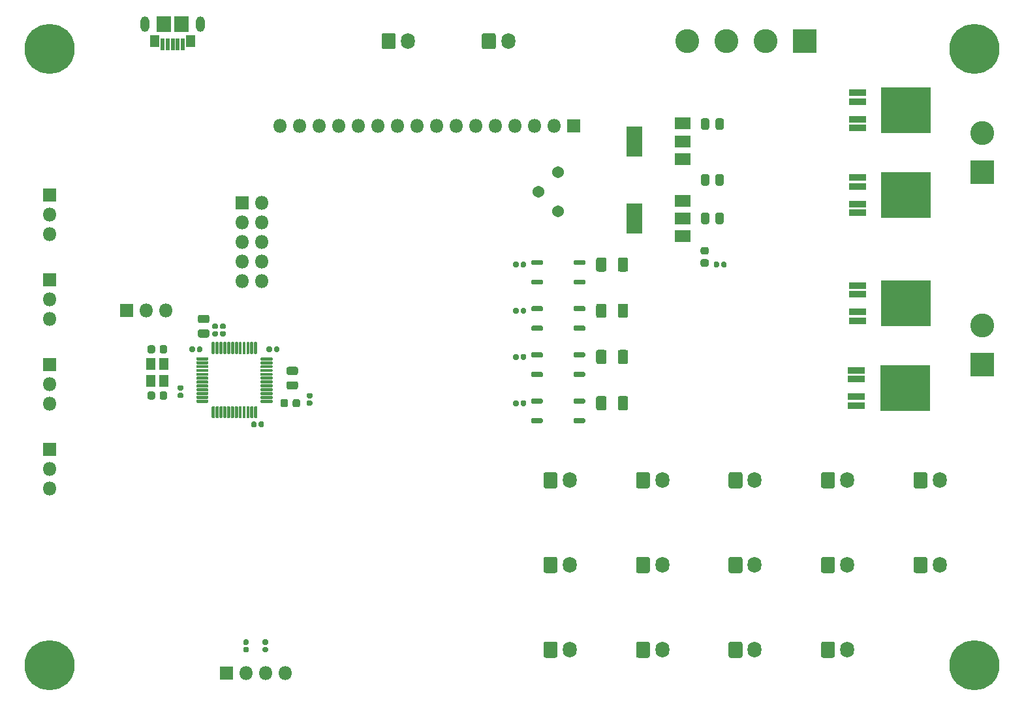
<source format=gbr>
%TF.GenerationSoftware,KiCad,Pcbnew,(5.1.5-131-g305ed0b65)-1*%
%TF.CreationDate,2021-01-25T18:11:24+08:00*%
%TF.ProjectId,OpenTEC,4f70656e-5445-4432-9e6b-696361645f70,rev?*%
%TF.SameCoordinates,Original*%
%TF.FileFunction,Soldermask,Top*%
%TF.FilePolarity,Negative*%
%FSLAX46Y46*%
G04 Gerber Fmt 4.6, Leading zero omitted, Abs format (unit mm)*
G04 Created by KiCad (PCBNEW (5.1.5-131-g305ed0b65)-1) date 2021-01-25 18:11:24*
%MOMM*%
%LPD*%
G01*
G04 APERTURE LIST*
%ADD10R,2.100000X3.900000*%
%ADD11R,2.100000X1.600000*%
%ADD12C,6.500000*%
%ADD13C,0.900000*%
%ADD14R,1.850000X2.000000*%
%ADD15R,0.500000X1.500000*%
%ADD16O,1.150000X2.000000*%
%ADD17R,1.250000X1.550000*%
%ADD18C,3.100000*%
%ADD19R,3.100000X3.100000*%
%ADD20R,1.800000X1.800000*%
%ADD21O,1.800000X1.800000*%
%ADD22O,1.800000X2.100000*%
%ADD23C,1.540000*%
%ADD24R,2.300000X0.900000*%
%ADD25R,6.500000X5.900000*%
%ADD26R,1.300000X1.500000*%
G04 APERTURE END LIST*
D10*
%TO.C,U1*%
X154850000Y-63000000D03*
D11*
X161150000Y-63000000D03*
X161150000Y-60700000D03*
X161150000Y-65300000D03*
%TD*%
%TO.C,U2*%
X161150000Y-75300000D03*
X161150000Y-70700000D03*
X161150000Y-73000000D03*
D10*
X154850000Y-73000000D03*
%TD*%
%TO.C,D2*%
G36*
G01*
X111525000Y-96718750D02*
X111525000Y-97281250D01*
G75*
G02*
X111281250Y-97525000I-243750J0D01*
G01*
X110793750Y-97525000D01*
G75*
G02*
X110550000Y-97281250I0J243750D01*
G01*
X110550000Y-96718750D01*
G75*
G02*
X110793750Y-96475000I243750J0D01*
G01*
X111281250Y-96475000D01*
G75*
G02*
X111525000Y-96718750I0J-243750D01*
G01*
G37*
G36*
G01*
X109950000Y-96718750D02*
X109950000Y-97281250D01*
G75*
G02*
X109706250Y-97525000I-243750J0D01*
G01*
X109218750Y-97525000D01*
G75*
G02*
X108975000Y-97281250I0J243750D01*
G01*
X108975000Y-96718750D01*
G75*
G02*
X109218750Y-96475000I243750J0D01*
G01*
X109706250Y-96475000D01*
G75*
G02*
X109950000Y-96718750I0J-243750D01*
G01*
G37*
%TD*%
%TO.C,R10*%
G36*
G01*
X112947500Y-96360000D02*
X112552500Y-96360000D01*
G75*
G02*
X112380000Y-96187500I0J172500D01*
G01*
X112380000Y-95842500D01*
G75*
G02*
X112552500Y-95670000I172500J0D01*
G01*
X112947500Y-95670000D01*
G75*
G02*
X113120000Y-95842500I0J-172500D01*
G01*
X113120000Y-96187500D01*
G75*
G02*
X112947500Y-96360000I-172500J0D01*
G01*
G37*
G36*
G01*
X112947500Y-97330000D02*
X112552500Y-97330000D01*
G75*
G02*
X112380000Y-97157500I0J172500D01*
G01*
X112380000Y-96812500D01*
G75*
G02*
X112552500Y-96640000I172500J0D01*
G01*
X112947500Y-96640000D01*
G75*
G02*
X113120000Y-96812500I0J-172500D01*
G01*
X113120000Y-97157500D01*
G75*
G02*
X112947500Y-97330000I-172500J0D01*
G01*
G37*
%TD*%
%TO.C,C1*%
G36*
G01*
X163525000Y-61231250D02*
X163525000Y-60268750D01*
G75*
G02*
X163793750Y-60000000I268750J0D01*
G01*
X164331250Y-60000000D01*
G75*
G02*
X164600000Y-60268750I0J-268750D01*
G01*
X164600000Y-61231250D01*
G75*
G02*
X164331250Y-61500000I-268750J0D01*
G01*
X163793750Y-61500000D01*
G75*
G02*
X163525000Y-61231250I0J268750D01*
G01*
G37*
G36*
G01*
X165400000Y-61231250D02*
X165400000Y-60268750D01*
G75*
G02*
X165668750Y-60000000I268750J0D01*
G01*
X166206250Y-60000000D01*
G75*
G02*
X166475000Y-60268750I0J-268750D01*
G01*
X166475000Y-61231250D01*
G75*
G02*
X166206250Y-61500000I-268750J0D01*
G01*
X165668750Y-61500000D01*
G75*
G02*
X165400000Y-61231250I0J268750D01*
G01*
G37*
%TD*%
%TO.C,C2*%
G36*
G01*
X163525000Y-68481250D02*
X163525000Y-67518750D01*
G75*
G02*
X163793750Y-67250000I268750J0D01*
G01*
X164331250Y-67250000D01*
G75*
G02*
X164600000Y-67518750I0J-268750D01*
G01*
X164600000Y-68481250D01*
G75*
G02*
X164331250Y-68750000I-268750J0D01*
G01*
X163793750Y-68750000D01*
G75*
G02*
X163525000Y-68481250I0J268750D01*
G01*
G37*
G36*
G01*
X165400000Y-68481250D02*
X165400000Y-67518750D01*
G75*
G02*
X165668750Y-67250000I268750J0D01*
G01*
X166206250Y-67250000D01*
G75*
G02*
X166475000Y-67518750I0J-268750D01*
G01*
X166475000Y-68481250D01*
G75*
G02*
X166206250Y-68750000I-268750J0D01*
G01*
X165668750Y-68750000D01*
G75*
G02*
X165400000Y-68481250I0J268750D01*
G01*
G37*
%TD*%
%TO.C,C3*%
G36*
G01*
X165400000Y-73481250D02*
X165400000Y-72518750D01*
G75*
G02*
X165668750Y-72250000I268750J0D01*
G01*
X166206250Y-72250000D01*
G75*
G02*
X166475000Y-72518750I0J-268750D01*
G01*
X166475000Y-73481250D01*
G75*
G02*
X166206250Y-73750000I-268750J0D01*
G01*
X165668750Y-73750000D01*
G75*
G02*
X165400000Y-73481250I0J268750D01*
G01*
G37*
G36*
G01*
X163525000Y-73481250D02*
X163525000Y-72518750D01*
G75*
G02*
X163793750Y-72250000I268750J0D01*
G01*
X164331250Y-72250000D01*
G75*
G02*
X164600000Y-72518750I0J-268750D01*
G01*
X164600000Y-73481250D01*
G75*
G02*
X164331250Y-73750000I-268750J0D01*
G01*
X163793750Y-73750000D01*
G75*
G02*
X163525000Y-73481250I0J268750D01*
G01*
G37*
%TD*%
%TO.C,C4*%
G36*
G01*
X110018750Y-92275000D02*
X110981250Y-92275000D01*
G75*
G02*
X111250000Y-92543750I0J-268750D01*
G01*
X111250000Y-93081250D01*
G75*
G02*
X110981250Y-93350000I-268750J0D01*
G01*
X110018750Y-93350000D01*
G75*
G02*
X109750000Y-93081250I0J268750D01*
G01*
X109750000Y-92543750D01*
G75*
G02*
X110018750Y-92275000I268750J0D01*
G01*
G37*
G36*
G01*
X110018750Y-94150000D02*
X110981250Y-94150000D01*
G75*
G02*
X111250000Y-94418750I0J-268750D01*
G01*
X111250000Y-94956250D01*
G75*
G02*
X110981250Y-95225000I-268750J0D01*
G01*
X110018750Y-95225000D01*
G75*
G02*
X109750000Y-94956250I0J268750D01*
G01*
X109750000Y-94418750D01*
G75*
G02*
X110018750Y-94150000I268750J0D01*
G01*
G37*
%TD*%
%TO.C,C5*%
G36*
G01*
X97860000Y-89802500D02*
X97860000Y-90197500D01*
G75*
G02*
X97687500Y-90370000I-172500J0D01*
G01*
X97342500Y-90370000D01*
G75*
G02*
X97170000Y-90197500I0J172500D01*
G01*
X97170000Y-89802500D01*
G75*
G02*
X97342500Y-89630000I172500J0D01*
G01*
X97687500Y-89630000D01*
G75*
G02*
X97860000Y-89802500I0J-172500D01*
G01*
G37*
G36*
G01*
X98830000Y-89802500D02*
X98830000Y-90197500D01*
G75*
G02*
X98657500Y-90370000I-172500J0D01*
G01*
X98312500Y-90370000D01*
G75*
G02*
X98140000Y-90197500I0J172500D01*
G01*
X98140000Y-89802500D01*
G75*
G02*
X98312500Y-89630000I172500J0D01*
G01*
X98657500Y-89630000D01*
G75*
G02*
X98830000Y-89802500I0J-172500D01*
G01*
G37*
%TD*%
%TO.C,C6*%
G36*
G01*
X96197500Y-96330000D02*
X95802500Y-96330000D01*
G75*
G02*
X95630000Y-96157500I0J172500D01*
G01*
X95630000Y-95812500D01*
G75*
G02*
X95802500Y-95640000I172500J0D01*
G01*
X96197500Y-95640000D01*
G75*
G02*
X96370000Y-95812500I0J-172500D01*
G01*
X96370000Y-96157500D01*
G75*
G02*
X96197500Y-96330000I-172500J0D01*
G01*
G37*
G36*
G01*
X96197500Y-95360000D02*
X95802500Y-95360000D01*
G75*
G02*
X95630000Y-95187500I0J172500D01*
G01*
X95630000Y-94842500D01*
G75*
G02*
X95802500Y-94670000I172500J0D01*
G01*
X96197500Y-94670000D01*
G75*
G02*
X96370000Y-94842500I0J-172500D01*
G01*
X96370000Y-95187500D01*
G75*
G02*
X96197500Y-95360000I-172500J0D01*
G01*
G37*
%TD*%
%TO.C,C7*%
G36*
G01*
X105860000Y-99552500D02*
X105860000Y-99947500D01*
G75*
G02*
X105687500Y-100120000I-172500J0D01*
G01*
X105342500Y-100120000D01*
G75*
G02*
X105170000Y-99947500I0J172500D01*
G01*
X105170000Y-99552500D01*
G75*
G02*
X105342500Y-99380000I172500J0D01*
G01*
X105687500Y-99380000D01*
G75*
G02*
X105860000Y-99552500I0J-172500D01*
G01*
G37*
G36*
G01*
X106830000Y-99552500D02*
X106830000Y-99947500D01*
G75*
G02*
X106657500Y-100120000I-172500J0D01*
G01*
X106312500Y-100120000D01*
G75*
G02*
X106140000Y-99947500I0J172500D01*
G01*
X106140000Y-99552500D01*
G75*
G02*
X106312500Y-99380000I172500J0D01*
G01*
X106657500Y-99380000D01*
G75*
G02*
X106830000Y-99552500I0J-172500D01*
G01*
G37*
%TD*%
%TO.C,C8*%
G36*
G01*
X107170000Y-90197500D02*
X107170000Y-89802500D01*
G75*
G02*
X107342500Y-89630000I172500J0D01*
G01*
X107687500Y-89630000D01*
G75*
G02*
X107860000Y-89802500I0J-172500D01*
G01*
X107860000Y-90197500D01*
G75*
G02*
X107687500Y-90370000I-172500J0D01*
G01*
X107342500Y-90370000D01*
G75*
G02*
X107170000Y-90197500I0J172500D01*
G01*
G37*
G36*
G01*
X108140000Y-90197500D02*
X108140000Y-89802500D01*
G75*
G02*
X108312500Y-89630000I172500J0D01*
G01*
X108657500Y-89630000D01*
G75*
G02*
X108830000Y-89802500I0J-172500D01*
G01*
X108830000Y-90197500D01*
G75*
G02*
X108657500Y-90370000I-172500J0D01*
G01*
X108312500Y-90370000D01*
G75*
G02*
X108140000Y-90197500I0J172500D01*
G01*
G37*
%TD*%
%TO.C,C9*%
G36*
G01*
X99481250Y-86600000D02*
X98518750Y-86600000D01*
G75*
G02*
X98250000Y-86331250I0J268750D01*
G01*
X98250000Y-85793750D01*
G75*
G02*
X98518750Y-85525000I268750J0D01*
G01*
X99481250Y-85525000D01*
G75*
G02*
X99750000Y-85793750I0J-268750D01*
G01*
X99750000Y-86331250D01*
G75*
G02*
X99481250Y-86600000I-268750J0D01*
G01*
G37*
G36*
G01*
X99481250Y-88475000D02*
X98518750Y-88475000D01*
G75*
G02*
X98250000Y-88206250I0J268750D01*
G01*
X98250000Y-87668750D01*
G75*
G02*
X98518750Y-87400000I268750J0D01*
G01*
X99481250Y-87400000D01*
G75*
G02*
X99750000Y-87668750I0J-268750D01*
G01*
X99750000Y-88206250D01*
G75*
G02*
X99481250Y-88475000I-268750J0D01*
G01*
G37*
%TD*%
%TO.C,C10*%
G36*
G01*
X100697500Y-87360000D02*
X100302500Y-87360000D01*
G75*
G02*
X100130000Y-87187500I0J172500D01*
G01*
X100130000Y-86842500D01*
G75*
G02*
X100302500Y-86670000I172500J0D01*
G01*
X100697500Y-86670000D01*
G75*
G02*
X100870000Y-86842500I0J-172500D01*
G01*
X100870000Y-87187500D01*
G75*
G02*
X100697500Y-87360000I-172500J0D01*
G01*
G37*
G36*
G01*
X100697500Y-88330000D02*
X100302500Y-88330000D01*
G75*
G02*
X100130000Y-88157500I0J172500D01*
G01*
X100130000Y-87812500D01*
G75*
G02*
X100302500Y-87640000I172500J0D01*
G01*
X100697500Y-87640000D01*
G75*
G02*
X100870000Y-87812500I0J-172500D01*
G01*
X100870000Y-88157500D01*
G75*
G02*
X100697500Y-88330000I-172500J0D01*
G01*
G37*
%TD*%
%TO.C,C11*%
G36*
G01*
X101697500Y-88330000D02*
X101302500Y-88330000D01*
G75*
G02*
X101130000Y-88157500I0J172500D01*
G01*
X101130000Y-87812500D01*
G75*
G02*
X101302500Y-87640000I172500J0D01*
G01*
X101697500Y-87640000D01*
G75*
G02*
X101870000Y-87812500I0J-172500D01*
G01*
X101870000Y-88157500D01*
G75*
G02*
X101697500Y-88330000I-172500J0D01*
G01*
G37*
G36*
G01*
X101697500Y-87360000D02*
X101302500Y-87360000D01*
G75*
G02*
X101130000Y-87187500I0J172500D01*
G01*
X101130000Y-86842500D01*
G75*
G02*
X101302500Y-86670000I172500J0D01*
G01*
X101697500Y-86670000D01*
G75*
G02*
X101870000Y-86842500I0J-172500D01*
G01*
X101870000Y-87187500D01*
G75*
G02*
X101697500Y-87360000I-172500J0D01*
G01*
G37*
%TD*%
%TO.C,C12*%
G36*
G01*
X92700000Y-89718750D02*
X92700000Y-90281250D01*
G75*
G02*
X92456250Y-90525000I-243750J0D01*
G01*
X91968750Y-90525000D01*
G75*
G02*
X91725000Y-90281250I0J243750D01*
G01*
X91725000Y-89718750D01*
G75*
G02*
X91968750Y-89475000I243750J0D01*
G01*
X92456250Y-89475000D01*
G75*
G02*
X92700000Y-89718750I0J-243750D01*
G01*
G37*
G36*
G01*
X94275000Y-89718750D02*
X94275000Y-90281250D01*
G75*
G02*
X94031250Y-90525000I-243750J0D01*
G01*
X93543750Y-90525000D01*
G75*
G02*
X93300000Y-90281250I0J243750D01*
G01*
X93300000Y-89718750D01*
G75*
G02*
X93543750Y-89475000I243750J0D01*
G01*
X94031250Y-89475000D01*
G75*
G02*
X94275000Y-89718750I0J-243750D01*
G01*
G37*
%TD*%
%TO.C,C13*%
G36*
G01*
X94275000Y-95718750D02*
X94275000Y-96281250D01*
G75*
G02*
X94031250Y-96525000I-243750J0D01*
G01*
X93543750Y-96525000D01*
G75*
G02*
X93300000Y-96281250I0J243750D01*
G01*
X93300000Y-95718750D01*
G75*
G02*
X93543750Y-95475000I243750J0D01*
G01*
X94031250Y-95475000D01*
G75*
G02*
X94275000Y-95718750I0J-243750D01*
G01*
G37*
G36*
G01*
X92700000Y-95718750D02*
X92700000Y-96281250D01*
G75*
G02*
X92456250Y-96525000I-243750J0D01*
G01*
X91968750Y-96525000D01*
G75*
G02*
X91725000Y-96281250I0J243750D01*
G01*
X91725000Y-95718750D01*
G75*
G02*
X91968750Y-95475000I243750J0D01*
G01*
X92456250Y-95475000D01*
G75*
G02*
X92700000Y-95718750I0J-243750D01*
G01*
G37*
%TD*%
%TO.C,D1*%
G36*
G01*
X164281250Y-77700000D02*
X163718750Y-77700000D01*
G75*
G02*
X163475000Y-77456250I0J243750D01*
G01*
X163475000Y-76968750D01*
G75*
G02*
X163718750Y-76725000I243750J0D01*
G01*
X164281250Y-76725000D01*
G75*
G02*
X164525000Y-76968750I0J-243750D01*
G01*
X164525000Y-77456250D01*
G75*
G02*
X164281250Y-77700000I-243750J0D01*
G01*
G37*
G36*
G01*
X164281250Y-79275000D02*
X163718750Y-79275000D01*
G75*
G02*
X163475000Y-79031250I0J243750D01*
G01*
X163475000Y-78543750D01*
G75*
G02*
X163718750Y-78300000I243750J0D01*
G01*
X164281250Y-78300000D01*
G75*
G02*
X164525000Y-78543750I0J-243750D01*
G01*
X164525000Y-79031250D01*
G75*
G02*
X164281250Y-79275000I-243750J0D01*
G01*
G37*
%TD*%
D12*
%TO.C,H1*%
X79000000Y-51000000D03*
D13*
X81400000Y-51000000D03*
X80697056Y-52697056D03*
X79000000Y-53400000D03*
X77302944Y-52697056D03*
X76600000Y-51000000D03*
X77302944Y-49302944D03*
X79000000Y-48600000D03*
X80697056Y-49302944D03*
%TD*%
%TO.C,H2*%
X200697056Y-49302944D03*
X199000000Y-48600000D03*
X197302944Y-49302944D03*
X196600000Y-51000000D03*
X197302944Y-52697056D03*
X199000000Y-53400000D03*
X200697056Y-52697056D03*
X201400000Y-51000000D03*
D12*
X199000000Y-51000000D03*
%TD*%
%TO.C,H3*%
X199000000Y-131000000D03*
D13*
X201400000Y-131000000D03*
X200697056Y-132697056D03*
X199000000Y-133400000D03*
X197302944Y-132697056D03*
X196600000Y-131000000D03*
X197302944Y-129302944D03*
X199000000Y-128600000D03*
X200697056Y-129302944D03*
%TD*%
%TO.C,H4*%
X80697056Y-129302944D03*
X79000000Y-128600000D03*
X77302944Y-129302944D03*
X76600000Y-131000000D03*
X77302944Y-132697056D03*
X79000000Y-133400000D03*
X80697056Y-132697056D03*
X81400000Y-131000000D03*
D12*
X79000000Y-131000000D03*
%TD*%
D14*
%TO.C,J1*%
X93875000Y-47800000D03*
D15*
X95650000Y-50450000D03*
X96300000Y-50450000D03*
X93700000Y-50450000D03*
X94350000Y-50450000D03*
X95000000Y-50450000D03*
D14*
X96125000Y-47800000D03*
D16*
X98575000Y-47800000D03*
X91425000Y-47800000D03*
D17*
X92680000Y-50030000D03*
X97320000Y-50030000D03*
%TD*%
D18*
%TO.C,J2*%
X171920000Y-50000000D03*
X166840000Y-50000000D03*
D19*
X177000000Y-50000000D03*
D18*
X161760000Y-50000000D03*
%TD*%
D20*
%TO.C,J3*%
X104000000Y-71000000D03*
D21*
X106540000Y-71000000D03*
X104000000Y-73540000D03*
X106540000Y-73540000D03*
X104000000Y-76080000D03*
X106540000Y-76080000D03*
X104000000Y-78620000D03*
X106540000Y-78620000D03*
X104000000Y-81160000D03*
X106540000Y-81160000D03*
%TD*%
D20*
%TO.C,J5*%
X102000000Y-132000000D03*
D21*
X104540000Y-132000000D03*
X107080000Y-132000000D03*
X109620000Y-132000000D03*
%TD*%
D20*
%TO.C,J6*%
X89000000Y-85000000D03*
D21*
X91540000Y-85000000D03*
X94080000Y-85000000D03*
%TD*%
D20*
%TO.C,J7*%
X79000000Y-70000000D03*
D21*
X79000000Y-72540000D03*
X79000000Y-75080000D03*
%TD*%
%TO.C,J8*%
X79000000Y-86080000D03*
X79000000Y-83540000D03*
D20*
X79000000Y-81000000D03*
%TD*%
%TO.C,J9*%
X79000000Y-92000000D03*
D21*
X79000000Y-94540000D03*
X79000000Y-97080000D03*
%TD*%
%TO.C,J10*%
X79000000Y-108080000D03*
X79000000Y-105540000D03*
D20*
X79000000Y-103000000D03*
%TD*%
D18*
%TO.C,J11*%
X200000000Y-61920000D03*
D19*
X200000000Y-67000000D03*
%TD*%
%TO.C,J12*%
X200000000Y-92000000D03*
D18*
X200000000Y-86920000D03*
%TD*%
D22*
%TO.C,J13*%
X125500000Y-50000000D03*
G36*
G01*
X122100000Y-50785294D02*
X122100000Y-49214706D01*
G75*
G02*
X122364706Y-48950000I264706J0D01*
G01*
X123635294Y-48950000D01*
G75*
G02*
X123900000Y-49214706I0J-264706D01*
G01*
X123900000Y-50785294D01*
G75*
G02*
X123635294Y-51050000I-264706J0D01*
G01*
X122364706Y-51050000D01*
G75*
G02*
X122100000Y-50785294I0J264706D01*
G01*
G37*
%TD*%
%TO.C,J14*%
G36*
G01*
X135100000Y-50785294D02*
X135100000Y-49214706D01*
G75*
G02*
X135364706Y-48950000I264706J0D01*
G01*
X136635294Y-48950000D01*
G75*
G02*
X136900000Y-49214706I0J-264706D01*
G01*
X136900000Y-50785294D01*
G75*
G02*
X136635294Y-51050000I-264706J0D01*
G01*
X135364706Y-51050000D01*
G75*
G02*
X135100000Y-50785294I0J264706D01*
G01*
G37*
X138500000Y-50000000D03*
%TD*%
%TO.C,J15*%
G36*
G01*
X143100000Y-107785294D02*
X143100000Y-106214706D01*
G75*
G02*
X143364706Y-105950000I264706J0D01*
G01*
X144635294Y-105950000D01*
G75*
G02*
X144900000Y-106214706I0J-264706D01*
G01*
X144900000Y-107785294D01*
G75*
G02*
X144635294Y-108050000I-264706J0D01*
G01*
X143364706Y-108050000D01*
G75*
G02*
X143100000Y-107785294I0J264706D01*
G01*
G37*
X146500000Y-107000000D03*
%TD*%
%TO.C,J16*%
X158500000Y-107000000D03*
G36*
G01*
X155100000Y-107785294D02*
X155100000Y-106214706D01*
G75*
G02*
X155364706Y-105950000I264706J0D01*
G01*
X156635294Y-105950000D01*
G75*
G02*
X156900000Y-106214706I0J-264706D01*
G01*
X156900000Y-107785294D01*
G75*
G02*
X156635294Y-108050000I-264706J0D01*
G01*
X155364706Y-108050000D01*
G75*
G02*
X155100000Y-107785294I0J264706D01*
G01*
G37*
%TD*%
%TO.C,J17*%
G36*
G01*
X167100000Y-107785294D02*
X167100000Y-106214706D01*
G75*
G02*
X167364706Y-105950000I264706J0D01*
G01*
X168635294Y-105950000D01*
G75*
G02*
X168900000Y-106214706I0J-264706D01*
G01*
X168900000Y-107785294D01*
G75*
G02*
X168635294Y-108050000I-264706J0D01*
G01*
X167364706Y-108050000D01*
G75*
G02*
X167100000Y-107785294I0J264706D01*
G01*
G37*
X170500000Y-107000000D03*
%TD*%
%TO.C,J18*%
X182500000Y-107000000D03*
G36*
G01*
X179100000Y-107785294D02*
X179100000Y-106214706D01*
G75*
G02*
X179364706Y-105950000I264706J0D01*
G01*
X180635294Y-105950000D01*
G75*
G02*
X180900000Y-106214706I0J-264706D01*
G01*
X180900000Y-107785294D01*
G75*
G02*
X180635294Y-108050000I-264706J0D01*
G01*
X179364706Y-108050000D01*
G75*
G02*
X179100000Y-107785294I0J264706D01*
G01*
G37*
%TD*%
%TO.C,J19*%
G36*
G01*
X191100000Y-107785294D02*
X191100000Y-106214706D01*
G75*
G02*
X191364706Y-105950000I264706J0D01*
G01*
X192635294Y-105950000D01*
G75*
G02*
X192900000Y-106214706I0J-264706D01*
G01*
X192900000Y-107785294D01*
G75*
G02*
X192635294Y-108050000I-264706J0D01*
G01*
X191364706Y-108050000D01*
G75*
G02*
X191100000Y-107785294I0J264706D01*
G01*
G37*
X194500000Y-107000000D03*
%TD*%
%TO.C,J20*%
X146500000Y-118000000D03*
G36*
G01*
X143100000Y-118785294D02*
X143100000Y-117214706D01*
G75*
G02*
X143364706Y-116950000I264706J0D01*
G01*
X144635294Y-116950000D01*
G75*
G02*
X144900000Y-117214706I0J-264706D01*
G01*
X144900000Y-118785294D01*
G75*
G02*
X144635294Y-119050000I-264706J0D01*
G01*
X143364706Y-119050000D01*
G75*
G02*
X143100000Y-118785294I0J264706D01*
G01*
G37*
%TD*%
%TO.C,J21*%
G36*
G01*
X155100000Y-118785294D02*
X155100000Y-117214706D01*
G75*
G02*
X155364706Y-116950000I264706J0D01*
G01*
X156635294Y-116950000D01*
G75*
G02*
X156900000Y-117214706I0J-264706D01*
G01*
X156900000Y-118785294D01*
G75*
G02*
X156635294Y-119050000I-264706J0D01*
G01*
X155364706Y-119050000D01*
G75*
G02*
X155100000Y-118785294I0J264706D01*
G01*
G37*
X158500000Y-118000000D03*
%TD*%
%TO.C,J22*%
X170500000Y-118000000D03*
G36*
G01*
X167100000Y-118785294D02*
X167100000Y-117214706D01*
G75*
G02*
X167364706Y-116950000I264706J0D01*
G01*
X168635294Y-116950000D01*
G75*
G02*
X168900000Y-117214706I0J-264706D01*
G01*
X168900000Y-118785294D01*
G75*
G02*
X168635294Y-119050000I-264706J0D01*
G01*
X167364706Y-119050000D01*
G75*
G02*
X167100000Y-118785294I0J264706D01*
G01*
G37*
%TD*%
%TO.C,J23*%
G36*
G01*
X179100000Y-118785294D02*
X179100000Y-117214706D01*
G75*
G02*
X179364706Y-116950000I264706J0D01*
G01*
X180635294Y-116950000D01*
G75*
G02*
X180900000Y-117214706I0J-264706D01*
G01*
X180900000Y-118785294D01*
G75*
G02*
X180635294Y-119050000I-264706J0D01*
G01*
X179364706Y-119050000D01*
G75*
G02*
X179100000Y-118785294I0J264706D01*
G01*
G37*
X182500000Y-118000000D03*
%TD*%
%TO.C,J24*%
X194500000Y-118000000D03*
G36*
G01*
X191100000Y-118785294D02*
X191100000Y-117214706D01*
G75*
G02*
X191364706Y-116950000I264706J0D01*
G01*
X192635294Y-116950000D01*
G75*
G02*
X192900000Y-117214706I0J-264706D01*
G01*
X192900000Y-118785294D01*
G75*
G02*
X192635294Y-119050000I-264706J0D01*
G01*
X191364706Y-119050000D01*
G75*
G02*
X191100000Y-118785294I0J264706D01*
G01*
G37*
%TD*%
%TO.C,J25*%
G36*
G01*
X143100000Y-129785294D02*
X143100000Y-128214706D01*
G75*
G02*
X143364706Y-127950000I264706J0D01*
G01*
X144635294Y-127950000D01*
G75*
G02*
X144900000Y-128214706I0J-264706D01*
G01*
X144900000Y-129785294D01*
G75*
G02*
X144635294Y-130050000I-264706J0D01*
G01*
X143364706Y-130050000D01*
G75*
G02*
X143100000Y-129785294I0J264706D01*
G01*
G37*
X146500000Y-129000000D03*
%TD*%
%TO.C,J26*%
X158500000Y-129000000D03*
G36*
G01*
X155100000Y-129785294D02*
X155100000Y-128214706D01*
G75*
G02*
X155364706Y-127950000I264706J0D01*
G01*
X156635294Y-127950000D01*
G75*
G02*
X156900000Y-128214706I0J-264706D01*
G01*
X156900000Y-129785294D01*
G75*
G02*
X156635294Y-130050000I-264706J0D01*
G01*
X155364706Y-130050000D01*
G75*
G02*
X155100000Y-129785294I0J264706D01*
G01*
G37*
%TD*%
%TO.C,J27*%
G36*
G01*
X167100000Y-129785294D02*
X167100000Y-128214706D01*
G75*
G02*
X167364706Y-127950000I264706J0D01*
G01*
X168635294Y-127950000D01*
G75*
G02*
X168900000Y-128214706I0J-264706D01*
G01*
X168900000Y-129785294D01*
G75*
G02*
X168635294Y-130050000I-264706J0D01*
G01*
X167364706Y-130050000D01*
G75*
G02*
X167100000Y-129785294I0J264706D01*
G01*
G37*
X170500000Y-129000000D03*
%TD*%
%TO.C,J28*%
X182500000Y-129000000D03*
G36*
G01*
X179100000Y-129785294D02*
X179100000Y-128214706D01*
G75*
G02*
X179364706Y-127950000I264706J0D01*
G01*
X180635294Y-127950000D01*
G75*
G02*
X180900000Y-128214706I0J-264706D01*
G01*
X180900000Y-129785294D01*
G75*
G02*
X180635294Y-130050000I-264706J0D01*
G01*
X179364706Y-130050000D01*
G75*
G02*
X179100000Y-129785294I0J264706D01*
G01*
G37*
%TD*%
%TO.C,R1*%
G36*
G01*
X154075000Y-84345000D02*
X154075000Y-85655000D01*
G75*
G02*
X153805000Y-85925000I-270000J0D01*
G01*
X152995000Y-85925000D01*
G75*
G02*
X152725000Y-85655000I0J270000D01*
G01*
X152725000Y-84345000D01*
G75*
G02*
X152995000Y-84075000I270000J0D01*
G01*
X153805000Y-84075000D01*
G75*
G02*
X154075000Y-84345000I0J-270000D01*
G01*
G37*
G36*
G01*
X151275000Y-84345000D02*
X151275000Y-85655000D01*
G75*
G02*
X151005000Y-85925000I-270000J0D01*
G01*
X150195000Y-85925000D01*
G75*
G02*
X149925000Y-85655000I0J270000D01*
G01*
X149925000Y-84345000D01*
G75*
G02*
X150195000Y-84075000I270000J0D01*
G01*
X151005000Y-84075000D01*
G75*
G02*
X151275000Y-84345000I0J-270000D01*
G01*
G37*
%TD*%
%TO.C,R2*%
G36*
G01*
X151275000Y-78345000D02*
X151275000Y-79655000D01*
G75*
G02*
X151005000Y-79925000I-270000J0D01*
G01*
X150195000Y-79925000D01*
G75*
G02*
X149925000Y-79655000I0J270000D01*
G01*
X149925000Y-78345000D01*
G75*
G02*
X150195000Y-78075000I270000J0D01*
G01*
X151005000Y-78075000D01*
G75*
G02*
X151275000Y-78345000I0J-270000D01*
G01*
G37*
G36*
G01*
X154075000Y-78345000D02*
X154075000Y-79655000D01*
G75*
G02*
X153805000Y-79925000I-270000J0D01*
G01*
X152995000Y-79925000D01*
G75*
G02*
X152725000Y-79655000I0J270000D01*
G01*
X152725000Y-78345000D01*
G75*
G02*
X152995000Y-78075000I270000J0D01*
G01*
X153805000Y-78075000D01*
G75*
G02*
X154075000Y-78345000I0J-270000D01*
G01*
G37*
%TD*%
%TO.C,R3*%
G36*
G01*
X165170000Y-79197500D02*
X165170000Y-78802500D01*
G75*
G02*
X165342500Y-78630000I172500J0D01*
G01*
X165687500Y-78630000D01*
G75*
G02*
X165860000Y-78802500I0J-172500D01*
G01*
X165860000Y-79197500D01*
G75*
G02*
X165687500Y-79370000I-172500J0D01*
G01*
X165342500Y-79370000D01*
G75*
G02*
X165170000Y-79197500I0J172500D01*
G01*
G37*
G36*
G01*
X166140000Y-79197500D02*
X166140000Y-78802500D01*
G75*
G02*
X166312500Y-78630000I172500J0D01*
G01*
X166657500Y-78630000D01*
G75*
G02*
X166830000Y-78802500I0J-172500D01*
G01*
X166830000Y-79197500D01*
G75*
G02*
X166657500Y-79370000I-172500J0D01*
G01*
X166312500Y-79370000D01*
G75*
G02*
X166140000Y-79197500I0J172500D01*
G01*
G37*
%TD*%
%TO.C,R4*%
G36*
G01*
X139860000Y-84802500D02*
X139860000Y-85197500D01*
G75*
G02*
X139687500Y-85370000I-172500J0D01*
G01*
X139342500Y-85370000D01*
G75*
G02*
X139170000Y-85197500I0J172500D01*
G01*
X139170000Y-84802500D01*
G75*
G02*
X139342500Y-84630000I172500J0D01*
G01*
X139687500Y-84630000D01*
G75*
G02*
X139860000Y-84802500I0J-172500D01*
G01*
G37*
G36*
G01*
X140830000Y-84802500D02*
X140830000Y-85197500D01*
G75*
G02*
X140657500Y-85370000I-172500J0D01*
G01*
X140312500Y-85370000D01*
G75*
G02*
X140140000Y-85197500I0J172500D01*
G01*
X140140000Y-84802500D01*
G75*
G02*
X140312500Y-84630000I172500J0D01*
G01*
X140657500Y-84630000D01*
G75*
G02*
X140830000Y-84802500I0J-172500D01*
G01*
G37*
%TD*%
%TO.C,R5*%
G36*
G01*
X139170000Y-79197500D02*
X139170000Y-78802500D01*
G75*
G02*
X139342500Y-78630000I172500J0D01*
G01*
X139687500Y-78630000D01*
G75*
G02*
X139860000Y-78802500I0J-172500D01*
G01*
X139860000Y-79197500D01*
G75*
G02*
X139687500Y-79370000I-172500J0D01*
G01*
X139342500Y-79370000D01*
G75*
G02*
X139170000Y-79197500I0J172500D01*
G01*
G37*
G36*
G01*
X140140000Y-79197500D02*
X140140000Y-78802500D01*
G75*
G02*
X140312500Y-78630000I172500J0D01*
G01*
X140657500Y-78630000D01*
G75*
G02*
X140830000Y-78802500I0J-172500D01*
G01*
X140830000Y-79197500D01*
G75*
G02*
X140657500Y-79370000I-172500J0D01*
G01*
X140312500Y-79370000D01*
G75*
G02*
X140140000Y-79197500I0J172500D01*
G01*
G37*
%TD*%
%TO.C,R6*%
G36*
G01*
X151275000Y-96345000D02*
X151275000Y-97655000D01*
G75*
G02*
X151005000Y-97925000I-270000J0D01*
G01*
X150195000Y-97925000D01*
G75*
G02*
X149925000Y-97655000I0J270000D01*
G01*
X149925000Y-96345000D01*
G75*
G02*
X150195000Y-96075000I270000J0D01*
G01*
X151005000Y-96075000D01*
G75*
G02*
X151275000Y-96345000I0J-270000D01*
G01*
G37*
G36*
G01*
X154075000Y-96345000D02*
X154075000Y-97655000D01*
G75*
G02*
X153805000Y-97925000I-270000J0D01*
G01*
X152995000Y-97925000D01*
G75*
G02*
X152725000Y-97655000I0J270000D01*
G01*
X152725000Y-96345000D01*
G75*
G02*
X152995000Y-96075000I270000J0D01*
G01*
X153805000Y-96075000D01*
G75*
G02*
X154075000Y-96345000I0J-270000D01*
G01*
G37*
%TD*%
%TO.C,R7*%
G36*
G01*
X154075000Y-90345000D02*
X154075000Y-91655000D01*
G75*
G02*
X153805000Y-91925000I-270000J0D01*
G01*
X152995000Y-91925000D01*
G75*
G02*
X152725000Y-91655000I0J270000D01*
G01*
X152725000Y-90345000D01*
G75*
G02*
X152995000Y-90075000I270000J0D01*
G01*
X153805000Y-90075000D01*
G75*
G02*
X154075000Y-90345000I0J-270000D01*
G01*
G37*
G36*
G01*
X151275000Y-90345000D02*
X151275000Y-91655000D01*
G75*
G02*
X151005000Y-91925000I-270000J0D01*
G01*
X150195000Y-91925000D01*
G75*
G02*
X149925000Y-91655000I0J270000D01*
G01*
X149925000Y-90345000D01*
G75*
G02*
X150195000Y-90075000I270000J0D01*
G01*
X151005000Y-90075000D01*
G75*
G02*
X151275000Y-90345000I0J-270000D01*
G01*
G37*
%TD*%
%TO.C,R8*%
G36*
G01*
X139860000Y-96802500D02*
X139860000Y-97197500D01*
G75*
G02*
X139687500Y-97370000I-172500J0D01*
G01*
X139342500Y-97370000D01*
G75*
G02*
X139170000Y-97197500I0J172500D01*
G01*
X139170000Y-96802500D01*
G75*
G02*
X139342500Y-96630000I172500J0D01*
G01*
X139687500Y-96630000D01*
G75*
G02*
X139860000Y-96802500I0J-172500D01*
G01*
G37*
G36*
G01*
X140830000Y-96802500D02*
X140830000Y-97197500D01*
G75*
G02*
X140657500Y-97370000I-172500J0D01*
G01*
X140312500Y-97370000D01*
G75*
G02*
X140140000Y-97197500I0J172500D01*
G01*
X140140000Y-96802500D01*
G75*
G02*
X140312500Y-96630000I172500J0D01*
G01*
X140657500Y-96630000D01*
G75*
G02*
X140830000Y-96802500I0J-172500D01*
G01*
G37*
%TD*%
%TO.C,R9*%
G36*
G01*
X139170000Y-91197500D02*
X139170000Y-90802500D01*
G75*
G02*
X139342500Y-90630000I172500J0D01*
G01*
X139687500Y-90630000D01*
G75*
G02*
X139860000Y-90802500I0J-172500D01*
G01*
X139860000Y-91197500D01*
G75*
G02*
X139687500Y-91370000I-172500J0D01*
G01*
X139342500Y-91370000D01*
G75*
G02*
X139170000Y-91197500I0J172500D01*
G01*
G37*
G36*
G01*
X140140000Y-91197500D02*
X140140000Y-90802500D01*
G75*
G02*
X140312500Y-90630000I172500J0D01*
G01*
X140657500Y-90630000D01*
G75*
G02*
X140830000Y-90802500I0J-172500D01*
G01*
X140830000Y-91197500D01*
G75*
G02*
X140657500Y-91370000I-172500J0D01*
G01*
X140312500Y-91370000D01*
G75*
G02*
X140140000Y-91197500I0J172500D01*
G01*
G37*
%TD*%
%TO.C,R11*%
G36*
G01*
X104302500Y-128640000D02*
X104697500Y-128640000D01*
G75*
G02*
X104870000Y-128812500I0J-172500D01*
G01*
X104870000Y-129157500D01*
G75*
G02*
X104697500Y-129330000I-172500J0D01*
G01*
X104302500Y-129330000D01*
G75*
G02*
X104130000Y-129157500I0J172500D01*
G01*
X104130000Y-128812500D01*
G75*
G02*
X104302500Y-128640000I172500J0D01*
G01*
G37*
G36*
G01*
X104302500Y-127670000D02*
X104697500Y-127670000D01*
G75*
G02*
X104870000Y-127842500I0J-172500D01*
G01*
X104870000Y-128187500D01*
G75*
G02*
X104697500Y-128360000I-172500J0D01*
G01*
X104302500Y-128360000D01*
G75*
G02*
X104130000Y-128187500I0J172500D01*
G01*
X104130000Y-127842500D01*
G75*
G02*
X104302500Y-127670000I172500J0D01*
G01*
G37*
%TD*%
%TO.C,R12*%
G36*
G01*
X106802500Y-127670000D02*
X107197500Y-127670000D01*
G75*
G02*
X107370000Y-127842500I0J-172500D01*
G01*
X107370000Y-128187500D01*
G75*
G02*
X107197500Y-128360000I-172500J0D01*
G01*
X106802500Y-128360000D01*
G75*
G02*
X106630000Y-128187500I0J172500D01*
G01*
X106630000Y-127842500D01*
G75*
G02*
X106802500Y-127670000I172500J0D01*
G01*
G37*
G36*
G01*
X106802500Y-128640000D02*
X107197500Y-128640000D01*
G75*
G02*
X107370000Y-128812500I0J-172500D01*
G01*
X107370000Y-129157500D01*
G75*
G02*
X107197500Y-129330000I-172500J0D01*
G01*
X106802500Y-129330000D01*
G75*
G02*
X106630000Y-129157500I0J172500D01*
G01*
X106630000Y-128812500D01*
G75*
G02*
X106802500Y-128640000I172500J0D01*
G01*
G37*
%TD*%
D23*
%TO.C,RV1*%
X145000000Y-72080000D03*
X142460000Y-69540000D03*
X145000000Y-67000000D03*
%TD*%
D24*
%TO.C,U3*%
X183800000Y-67720000D03*
X183800000Y-68860000D03*
X183800000Y-71140000D03*
X183800000Y-72280000D03*
D25*
X190100000Y-70000000D03*
%TD*%
%TO.C,U4*%
X190100000Y-59000000D03*
D24*
X183800000Y-61280000D03*
X183800000Y-60140000D03*
X183800000Y-57860000D03*
X183800000Y-56720000D03*
%TD*%
%TO.C,U5*%
G36*
G01*
X141475000Y-84892500D02*
X141475000Y-84567500D01*
G75*
G02*
X141637500Y-84405000I162500J0D01*
G01*
X142862500Y-84405000D01*
G75*
G02*
X143025000Y-84567500I0J-162500D01*
G01*
X143025000Y-84892500D01*
G75*
G02*
X142862500Y-85055000I-162500J0D01*
G01*
X141637500Y-85055000D01*
G75*
G02*
X141475000Y-84892500I0J162500D01*
G01*
G37*
G36*
G01*
X141475000Y-87432500D02*
X141475000Y-87107500D01*
G75*
G02*
X141637500Y-86945000I162500J0D01*
G01*
X142862500Y-86945000D01*
G75*
G02*
X143025000Y-87107500I0J-162500D01*
G01*
X143025000Y-87432500D01*
G75*
G02*
X142862500Y-87595000I-162500J0D01*
G01*
X141637500Y-87595000D01*
G75*
G02*
X141475000Y-87432500I0J162500D01*
G01*
G37*
G36*
G01*
X146975000Y-87432500D02*
X146975000Y-87107500D01*
G75*
G02*
X147137500Y-86945000I162500J0D01*
G01*
X148362500Y-86945000D01*
G75*
G02*
X148525000Y-87107500I0J-162500D01*
G01*
X148525000Y-87432500D01*
G75*
G02*
X148362500Y-87595000I-162500J0D01*
G01*
X147137500Y-87595000D01*
G75*
G02*
X146975000Y-87432500I0J162500D01*
G01*
G37*
G36*
G01*
X146975000Y-84892500D02*
X146975000Y-84567500D01*
G75*
G02*
X147137500Y-84405000I162500J0D01*
G01*
X148362500Y-84405000D01*
G75*
G02*
X148525000Y-84567500I0J-162500D01*
G01*
X148525000Y-84892500D01*
G75*
G02*
X148362500Y-85055000I-162500J0D01*
G01*
X147137500Y-85055000D01*
G75*
G02*
X146975000Y-84892500I0J162500D01*
G01*
G37*
%TD*%
%TO.C,U6*%
G36*
G01*
X146975000Y-78892500D02*
X146975000Y-78567500D01*
G75*
G02*
X147137500Y-78405000I162500J0D01*
G01*
X148362500Y-78405000D01*
G75*
G02*
X148525000Y-78567500I0J-162500D01*
G01*
X148525000Y-78892500D01*
G75*
G02*
X148362500Y-79055000I-162500J0D01*
G01*
X147137500Y-79055000D01*
G75*
G02*
X146975000Y-78892500I0J162500D01*
G01*
G37*
G36*
G01*
X146975000Y-81432500D02*
X146975000Y-81107500D01*
G75*
G02*
X147137500Y-80945000I162500J0D01*
G01*
X148362500Y-80945000D01*
G75*
G02*
X148525000Y-81107500I0J-162500D01*
G01*
X148525000Y-81432500D01*
G75*
G02*
X148362500Y-81595000I-162500J0D01*
G01*
X147137500Y-81595000D01*
G75*
G02*
X146975000Y-81432500I0J162500D01*
G01*
G37*
G36*
G01*
X141475000Y-81432500D02*
X141475000Y-81107500D01*
G75*
G02*
X141637500Y-80945000I162500J0D01*
G01*
X142862500Y-80945000D01*
G75*
G02*
X143025000Y-81107500I0J-162500D01*
G01*
X143025000Y-81432500D01*
G75*
G02*
X142862500Y-81595000I-162500J0D01*
G01*
X141637500Y-81595000D01*
G75*
G02*
X141475000Y-81432500I0J162500D01*
G01*
G37*
G36*
G01*
X141475000Y-78892500D02*
X141475000Y-78567500D01*
G75*
G02*
X141637500Y-78405000I162500J0D01*
G01*
X142862500Y-78405000D01*
G75*
G02*
X143025000Y-78567500I0J-162500D01*
G01*
X143025000Y-78892500D01*
G75*
G02*
X142862500Y-79055000I-162500J0D01*
G01*
X141637500Y-79055000D01*
G75*
G02*
X141475000Y-78892500I0J162500D01*
G01*
G37*
%TD*%
%TO.C,U7*%
X183700000Y-92720000D03*
X183700000Y-93860000D03*
X183700000Y-96140000D03*
X183700000Y-97280000D03*
D25*
X190000000Y-95000000D03*
%TD*%
%TO.C,U8*%
X190100000Y-84000000D03*
D24*
X183800000Y-86280000D03*
X183800000Y-85140000D03*
X183800000Y-82860000D03*
X183800000Y-81720000D03*
%TD*%
%TO.C,U9*%
G36*
G01*
X146975000Y-96892500D02*
X146975000Y-96567500D01*
G75*
G02*
X147137500Y-96405000I162500J0D01*
G01*
X148362500Y-96405000D01*
G75*
G02*
X148525000Y-96567500I0J-162500D01*
G01*
X148525000Y-96892500D01*
G75*
G02*
X148362500Y-97055000I-162500J0D01*
G01*
X147137500Y-97055000D01*
G75*
G02*
X146975000Y-96892500I0J162500D01*
G01*
G37*
G36*
G01*
X146975000Y-99432500D02*
X146975000Y-99107500D01*
G75*
G02*
X147137500Y-98945000I162500J0D01*
G01*
X148362500Y-98945000D01*
G75*
G02*
X148525000Y-99107500I0J-162500D01*
G01*
X148525000Y-99432500D01*
G75*
G02*
X148362500Y-99595000I-162500J0D01*
G01*
X147137500Y-99595000D01*
G75*
G02*
X146975000Y-99432500I0J162500D01*
G01*
G37*
G36*
G01*
X141475000Y-99432500D02*
X141475000Y-99107500D01*
G75*
G02*
X141637500Y-98945000I162500J0D01*
G01*
X142862500Y-98945000D01*
G75*
G02*
X143025000Y-99107500I0J-162500D01*
G01*
X143025000Y-99432500D01*
G75*
G02*
X142862500Y-99595000I-162500J0D01*
G01*
X141637500Y-99595000D01*
G75*
G02*
X141475000Y-99432500I0J162500D01*
G01*
G37*
G36*
G01*
X141475000Y-96892500D02*
X141475000Y-96567500D01*
G75*
G02*
X141637500Y-96405000I162500J0D01*
G01*
X142862500Y-96405000D01*
G75*
G02*
X143025000Y-96567500I0J-162500D01*
G01*
X143025000Y-96892500D01*
G75*
G02*
X142862500Y-97055000I-162500J0D01*
G01*
X141637500Y-97055000D01*
G75*
G02*
X141475000Y-96892500I0J162500D01*
G01*
G37*
%TD*%
%TO.C,U10*%
G36*
G01*
X141475000Y-90892500D02*
X141475000Y-90567500D01*
G75*
G02*
X141637500Y-90405000I162500J0D01*
G01*
X142862500Y-90405000D01*
G75*
G02*
X143025000Y-90567500I0J-162500D01*
G01*
X143025000Y-90892500D01*
G75*
G02*
X142862500Y-91055000I-162500J0D01*
G01*
X141637500Y-91055000D01*
G75*
G02*
X141475000Y-90892500I0J162500D01*
G01*
G37*
G36*
G01*
X141475000Y-93432500D02*
X141475000Y-93107500D01*
G75*
G02*
X141637500Y-92945000I162500J0D01*
G01*
X142862500Y-92945000D01*
G75*
G02*
X143025000Y-93107500I0J-162500D01*
G01*
X143025000Y-93432500D01*
G75*
G02*
X142862500Y-93595000I-162500J0D01*
G01*
X141637500Y-93595000D01*
G75*
G02*
X141475000Y-93432500I0J162500D01*
G01*
G37*
G36*
G01*
X146975000Y-93432500D02*
X146975000Y-93107500D01*
G75*
G02*
X147137500Y-92945000I162500J0D01*
G01*
X148362500Y-92945000D01*
G75*
G02*
X148525000Y-93107500I0J-162500D01*
G01*
X148525000Y-93432500D01*
G75*
G02*
X148362500Y-93595000I-162500J0D01*
G01*
X147137500Y-93595000D01*
G75*
G02*
X146975000Y-93432500I0J162500D01*
G01*
G37*
G36*
G01*
X146975000Y-90892500D02*
X146975000Y-90567500D01*
G75*
G02*
X147137500Y-90405000I162500J0D01*
G01*
X148362500Y-90405000D01*
G75*
G02*
X148525000Y-90567500I0J-162500D01*
G01*
X148525000Y-90892500D01*
G75*
G02*
X148362500Y-91055000I-162500J0D01*
G01*
X147137500Y-91055000D01*
G75*
G02*
X146975000Y-90892500I0J162500D01*
G01*
G37*
%TD*%
%TO.C,U11*%
G36*
G01*
X98050000Y-91350000D02*
X98050000Y-91150000D01*
G75*
G02*
X98150000Y-91050000I100000J0D01*
G01*
X99525000Y-91050000D01*
G75*
G02*
X99625000Y-91150000I0J-100000D01*
G01*
X99625000Y-91350000D01*
G75*
G02*
X99525000Y-91450000I-100000J0D01*
G01*
X98150000Y-91450000D01*
G75*
G02*
X98050000Y-91350000I0J100000D01*
G01*
G37*
G36*
G01*
X98050000Y-91850000D02*
X98050000Y-91650000D01*
G75*
G02*
X98150000Y-91550000I100000J0D01*
G01*
X99525000Y-91550000D01*
G75*
G02*
X99625000Y-91650000I0J-100000D01*
G01*
X99625000Y-91850000D01*
G75*
G02*
X99525000Y-91950000I-100000J0D01*
G01*
X98150000Y-91950000D01*
G75*
G02*
X98050000Y-91850000I0J100000D01*
G01*
G37*
G36*
G01*
X98050000Y-92350000D02*
X98050000Y-92150000D01*
G75*
G02*
X98150000Y-92050000I100000J0D01*
G01*
X99525000Y-92050000D01*
G75*
G02*
X99625000Y-92150000I0J-100000D01*
G01*
X99625000Y-92350000D01*
G75*
G02*
X99525000Y-92450000I-100000J0D01*
G01*
X98150000Y-92450000D01*
G75*
G02*
X98050000Y-92350000I0J100000D01*
G01*
G37*
G36*
G01*
X98050000Y-92850000D02*
X98050000Y-92650000D01*
G75*
G02*
X98150000Y-92550000I100000J0D01*
G01*
X99525000Y-92550000D01*
G75*
G02*
X99625000Y-92650000I0J-100000D01*
G01*
X99625000Y-92850000D01*
G75*
G02*
X99525000Y-92950000I-100000J0D01*
G01*
X98150000Y-92950000D01*
G75*
G02*
X98050000Y-92850000I0J100000D01*
G01*
G37*
G36*
G01*
X98050000Y-93350000D02*
X98050000Y-93150000D01*
G75*
G02*
X98150000Y-93050000I100000J0D01*
G01*
X99525000Y-93050000D01*
G75*
G02*
X99625000Y-93150000I0J-100000D01*
G01*
X99625000Y-93350000D01*
G75*
G02*
X99525000Y-93450000I-100000J0D01*
G01*
X98150000Y-93450000D01*
G75*
G02*
X98050000Y-93350000I0J100000D01*
G01*
G37*
G36*
G01*
X98050000Y-93850000D02*
X98050000Y-93650000D01*
G75*
G02*
X98150000Y-93550000I100000J0D01*
G01*
X99525000Y-93550000D01*
G75*
G02*
X99625000Y-93650000I0J-100000D01*
G01*
X99625000Y-93850000D01*
G75*
G02*
X99525000Y-93950000I-100000J0D01*
G01*
X98150000Y-93950000D01*
G75*
G02*
X98050000Y-93850000I0J100000D01*
G01*
G37*
G36*
G01*
X98050000Y-94350000D02*
X98050000Y-94150000D01*
G75*
G02*
X98150000Y-94050000I100000J0D01*
G01*
X99525000Y-94050000D01*
G75*
G02*
X99625000Y-94150000I0J-100000D01*
G01*
X99625000Y-94350000D01*
G75*
G02*
X99525000Y-94450000I-100000J0D01*
G01*
X98150000Y-94450000D01*
G75*
G02*
X98050000Y-94350000I0J100000D01*
G01*
G37*
G36*
G01*
X98050000Y-94850000D02*
X98050000Y-94650000D01*
G75*
G02*
X98150000Y-94550000I100000J0D01*
G01*
X99525000Y-94550000D01*
G75*
G02*
X99625000Y-94650000I0J-100000D01*
G01*
X99625000Y-94850000D01*
G75*
G02*
X99525000Y-94950000I-100000J0D01*
G01*
X98150000Y-94950000D01*
G75*
G02*
X98050000Y-94850000I0J100000D01*
G01*
G37*
G36*
G01*
X98050000Y-95350000D02*
X98050000Y-95150000D01*
G75*
G02*
X98150000Y-95050000I100000J0D01*
G01*
X99525000Y-95050000D01*
G75*
G02*
X99625000Y-95150000I0J-100000D01*
G01*
X99625000Y-95350000D01*
G75*
G02*
X99525000Y-95450000I-100000J0D01*
G01*
X98150000Y-95450000D01*
G75*
G02*
X98050000Y-95350000I0J100000D01*
G01*
G37*
G36*
G01*
X98050000Y-95850000D02*
X98050000Y-95650000D01*
G75*
G02*
X98150000Y-95550000I100000J0D01*
G01*
X99525000Y-95550000D01*
G75*
G02*
X99625000Y-95650000I0J-100000D01*
G01*
X99625000Y-95850000D01*
G75*
G02*
X99525000Y-95950000I-100000J0D01*
G01*
X98150000Y-95950000D01*
G75*
G02*
X98050000Y-95850000I0J100000D01*
G01*
G37*
G36*
G01*
X98050000Y-96350000D02*
X98050000Y-96150000D01*
G75*
G02*
X98150000Y-96050000I100000J0D01*
G01*
X99525000Y-96050000D01*
G75*
G02*
X99625000Y-96150000I0J-100000D01*
G01*
X99625000Y-96350000D01*
G75*
G02*
X99525000Y-96450000I-100000J0D01*
G01*
X98150000Y-96450000D01*
G75*
G02*
X98050000Y-96350000I0J100000D01*
G01*
G37*
G36*
G01*
X98050000Y-96850000D02*
X98050000Y-96650000D01*
G75*
G02*
X98150000Y-96550000I100000J0D01*
G01*
X99525000Y-96550000D01*
G75*
G02*
X99625000Y-96650000I0J-100000D01*
G01*
X99625000Y-96850000D01*
G75*
G02*
X99525000Y-96950000I-100000J0D01*
G01*
X98150000Y-96950000D01*
G75*
G02*
X98050000Y-96850000I0J100000D01*
G01*
G37*
G36*
G01*
X100050000Y-98850000D02*
X100050000Y-97475000D01*
G75*
G02*
X100150000Y-97375000I100000J0D01*
G01*
X100350000Y-97375000D01*
G75*
G02*
X100450000Y-97475000I0J-100000D01*
G01*
X100450000Y-98850000D01*
G75*
G02*
X100350000Y-98950000I-100000J0D01*
G01*
X100150000Y-98950000D01*
G75*
G02*
X100050000Y-98850000I0J100000D01*
G01*
G37*
G36*
G01*
X100550000Y-98850000D02*
X100550000Y-97475000D01*
G75*
G02*
X100650000Y-97375000I100000J0D01*
G01*
X100850000Y-97375000D01*
G75*
G02*
X100950000Y-97475000I0J-100000D01*
G01*
X100950000Y-98850000D01*
G75*
G02*
X100850000Y-98950000I-100000J0D01*
G01*
X100650000Y-98950000D01*
G75*
G02*
X100550000Y-98850000I0J100000D01*
G01*
G37*
G36*
G01*
X101050000Y-98850000D02*
X101050000Y-97475000D01*
G75*
G02*
X101150000Y-97375000I100000J0D01*
G01*
X101350000Y-97375000D01*
G75*
G02*
X101450000Y-97475000I0J-100000D01*
G01*
X101450000Y-98850000D01*
G75*
G02*
X101350000Y-98950000I-100000J0D01*
G01*
X101150000Y-98950000D01*
G75*
G02*
X101050000Y-98850000I0J100000D01*
G01*
G37*
G36*
G01*
X101550000Y-98850000D02*
X101550000Y-97475000D01*
G75*
G02*
X101650000Y-97375000I100000J0D01*
G01*
X101850000Y-97375000D01*
G75*
G02*
X101950000Y-97475000I0J-100000D01*
G01*
X101950000Y-98850000D01*
G75*
G02*
X101850000Y-98950000I-100000J0D01*
G01*
X101650000Y-98950000D01*
G75*
G02*
X101550000Y-98850000I0J100000D01*
G01*
G37*
G36*
G01*
X102050000Y-98850000D02*
X102050000Y-97475000D01*
G75*
G02*
X102150000Y-97375000I100000J0D01*
G01*
X102350000Y-97375000D01*
G75*
G02*
X102450000Y-97475000I0J-100000D01*
G01*
X102450000Y-98850000D01*
G75*
G02*
X102350000Y-98950000I-100000J0D01*
G01*
X102150000Y-98950000D01*
G75*
G02*
X102050000Y-98850000I0J100000D01*
G01*
G37*
G36*
G01*
X102550000Y-98850000D02*
X102550000Y-97475000D01*
G75*
G02*
X102650000Y-97375000I100000J0D01*
G01*
X102850000Y-97375000D01*
G75*
G02*
X102950000Y-97475000I0J-100000D01*
G01*
X102950000Y-98850000D01*
G75*
G02*
X102850000Y-98950000I-100000J0D01*
G01*
X102650000Y-98950000D01*
G75*
G02*
X102550000Y-98850000I0J100000D01*
G01*
G37*
G36*
G01*
X103050000Y-98850000D02*
X103050000Y-97475000D01*
G75*
G02*
X103150000Y-97375000I100000J0D01*
G01*
X103350000Y-97375000D01*
G75*
G02*
X103450000Y-97475000I0J-100000D01*
G01*
X103450000Y-98850000D01*
G75*
G02*
X103350000Y-98950000I-100000J0D01*
G01*
X103150000Y-98950000D01*
G75*
G02*
X103050000Y-98850000I0J100000D01*
G01*
G37*
G36*
G01*
X103550000Y-98850000D02*
X103550000Y-97475000D01*
G75*
G02*
X103650000Y-97375000I100000J0D01*
G01*
X103850000Y-97375000D01*
G75*
G02*
X103950000Y-97475000I0J-100000D01*
G01*
X103950000Y-98850000D01*
G75*
G02*
X103850000Y-98950000I-100000J0D01*
G01*
X103650000Y-98950000D01*
G75*
G02*
X103550000Y-98850000I0J100000D01*
G01*
G37*
G36*
G01*
X104050000Y-98850000D02*
X104050000Y-97475000D01*
G75*
G02*
X104150000Y-97375000I100000J0D01*
G01*
X104350000Y-97375000D01*
G75*
G02*
X104450000Y-97475000I0J-100000D01*
G01*
X104450000Y-98850000D01*
G75*
G02*
X104350000Y-98950000I-100000J0D01*
G01*
X104150000Y-98950000D01*
G75*
G02*
X104050000Y-98850000I0J100000D01*
G01*
G37*
G36*
G01*
X104550000Y-98850000D02*
X104550000Y-97475000D01*
G75*
G02*
X104650000Y-97375000I100000J0D01*
G01*
X104850000Y-97375000D01*
G75*
G02*
X104950000Y-97475000I0J-100000D01*
G01*
X104950000Y-98850000D01*
G75*
G02*
X104850000Y-98950000I-100000J0D01*
G01*
X104650000Y-98950000D01*
G75*
G02*
X104550000Y-98850000I0J100000D01*
G01*
G37*
G36*
G01*
X105050000Y-98850000D02*
X105050000Y-97475000D01*
G75*
G02*
X105150000Y-97375000I100000J0D01*
G01*
X105350000Y-97375000D01*
G75*
G02*
X105450000Y-97475000I0J-100000D01*
G01*
X105450000Y-98850000D01*
G75*
G02*
X105350000Y-98950000I-100000J0D01*
G01*
X105150000Y-98950000D01*
G75*
G02*
X105050000Y-98850000I0J100000D01*
G01*
G37*
G36*
G01*
X105550000Y-98850000D02*
X105550000Y-97475000D01*
G75*
G02*
X105650000Y-97375000I100000J0D01*
G01*
X105850000Y-97375000D01*
G75*
G02*
X105950000Y-97475000I0J-100000D01*
G01*
X105950000Y-98850000D01*
G75*
G02*
X105850000Y-98950000I-100000J0D01*
G01*
X105650000Y-98950000D01*
G75*
G02*
X105550000Y-98850000I0J100000D01*
G01*
G37*
G36*
G01*
X106375000Y-96850000D02*
X106375000Y-96650000D01*
G75*
G02*
X106475000Y-96550000I100000J0D01*
G01*
X107850000Y-96550000D01*
G75*
G02*
X107950000Y-96650000I0J-100000D01*
G01*
X107950000Y-96850000D01*
G75*
G02*
X107850000Y-96950000I-100000J0D01*
G01*
X106475000Y-96950000D01*
G75*
G02*
X106375000Y-96850000I0J100000D01*
G01*
G37*
G36*
G01*
X106375000Y-96350000D02*
X106375000Y-96150000D01*
G75*
G02*
X106475000Y-96050000I100000J0D01*
G01*
X107850000Y-96050000D01*
G75*
G02*
X107950000Y-96150000I0J-100000D01*
G01*
X107950000Y-96350000D01*
G75*
G02*
X107850000Y-96450000I-100000J0D01*
G01*
X106475000Y-96450000D01*
G75*
G02*
X106375000Y-96350000I0J100000D01*
G01*
G37*
G36*
G01*
X106375000Y-95850000D02*
X106375000Y-95650000D01*
G75*
G02*
X106475000Y-95550000I100000J0D01*
G01*
X107850000Y-95550000D01*
G75*
G02*
X107950000Y-95650000I0J-100000D01*
G01*
X107950000Y-95850000D01*
G75*
G02*
X107850000Y-95950000I-100000J0D01*
G01*
X106475000Y-95950000D01*
G75*
G02*
X106375000Y-95850000I0J100000D01*
G01*
G37*
G36*
G01*
X106375000Y-95350000D02*
X106375000Y-95150000D01*
G75*
G02*
X106475000Y-95050000I100000J0D01*
G01*
X107850000Y-95050000D01*
G75*
G02*
X107950000Y-95150000I0J-100000D01*
G01*
X107950000Y-95350000D01*
G75*
G02*
X107850000Y-95450000I-100000J0D01*
G01*
X106475000Y-95450000D01*
G75*
G02*
X106375000Y-95350000I0J100000D01*
G01*
G37*
G36*
G01*
X106375000Y-94850000D02*
X106375000Y-94650000D01*
G75*
G02*
X106475000Y-94550000I100000J0D01*
G01*
X107850000Y-94550000D01*
G75*
G02*
X107950000Y-94650000I0J-100000D01*
G01*
X107950000Y-94850000D01*
G75*
G02*
X107850000Y-94950000I-100000J0D01*
G01*
X106475000Y-94950000D01*
G75*
G02*
X106375000Y-94850000I0J100000D01*
G01*
G37*
G36*
G01*
X106375000Y-94350000D02*
X106375000Y-94150000D01*
G75*
G02*
X106475000Y-94050000I100000J0D01*
G01*
X107850000Y-94050000D01*
G75*
G02*
X107950000Y-94150000I0J-100000D01*
G01*
X107950000Y-94350000D01*
G75*
G02*
X107850000Y-94450000I-100000J0D01*
G01*
X106475000Y-94450000D01*
G75*
G02*
X106375000Y-94350000I0J100000D01*
G01*
G37*
G36*
G01*
X106375000Y-93850000D02*
X106375000Y-93650000D01*
G75*
G02*
X106475000Y-93550000I100000J0D01*
G01*
X107850000Y-93550000D01*
G75*
G02*
X107950000Y-93650000I0J-100000D01*
G01*
X107950000Y-93850000D01*
G75*
G02*
X107850000Y-93950000I-100000J0D01*
G01*
X106475000Y-93950000D01*
G75*
G02*
X106375000Y-93850000I0J100000D01*
G01*
G37*
G36*
G01*
X106375000Y-93350000D02*
X106375000Y-93150000D01*
G75*
G02*
X106475000Y-93050000I100000J0D01*
G01*
X107850000Y-93050000D01*
G75*
G02*
X107950000Y-93150000I0J-100000D01*
G01*
X107950000Y-93350000D01*
G75*
G02*
X107850000Y-93450000I-100000J0D01*
G01*
X106475000Y-93450000D01*
G75*
G02*
X106375000Y-93350000I0J100000D01*
G01*
G37*
G36*
G01*
X106375000Y-92850000D02*
X106375000Y-92650000D01*
G75*
G02*
X106475000Y-92550000I100000J0D01*
G01*
X107850000Y-92550000D01*
G75*
G02*
X107950000Y-92650000I0J-100000D01*
G01*
X107950000Y-92850000D01*
G75*
G02*
X107850000Y-92950000I-100000J0D01*
G01*
X106475000Y-92950000D01*
G75*
G02*
X106375000Y-92850000I0J100000D01*
G01*
G37*
G36*
G01*
X106375000Y-92350000D02*
X106375000Y-92150000D01*
G75*
G02*
X106475000Y-92050000I100000J0D01*
G01*
X107850000Y-92050000D01*
G75*
G02*
X107950000Y-92150000I0J-100000D01*
G01*
X107950000Y-92350000D01*
G75*
G02*
X107850000Y-92450000I-100000J0D01*
G01*
X106475000Y-92450000D01*
G75*
G02*
X106375000Y-92350000I0J100000D01*
G01*
G37*
G36*
G01*
X106375000Y-91850000D02*
X106375000Y-91650000D01*
G75*
G02*
X106475000Y-91550000I100000J0D01*
G01*
X107850000Y-91550000D01*
G75*
G02*
X107950000Y-91650000I0J-100000D01*
G01*
X107950000Y-91850000D01*
G75*
G02*
X107850000Y-91950000I-100000J0D01*
G01*
X106475000Y-91950000D01*
G75*
G02*
X106375000Y-91850000I0J100000D01*
G01*
G37*
G36*
G01*
X106375000Y-91350000D02*
X106375000Y-91150000D01*
G75*
G02*
X106475000Y-91050000I100000J0D01*
G01*
X107850000Y-91050000D01*
G75*
G02*
X107950000Y-91150000I0J-100000D01*
G01*
X107950000Y-91350000D01*
G75*
G02*
X107850000Y-91450000I-100000J0D01*
G01*
X106475000Y-91450000D01*
G75*
G02*
X106375000Y-91350000I0J100000D01*
G01*
G37*
G36*
G01*
X105550000Y-90525000D02*
X105550000Y-89150000D01*
G75*
G02*
X105650000Y-89050000I100000J0D01*
G01*
X105850000Y-89050000D01*
G75*
G02*
X105950000Y-89150000I0J-100000D01*
G01*
X105950000Y-90525000D01*
G75*
G02*
X105850000Y-90625000I-100000J0D01*
G01*
X105650000Y-90625000D01*
G75*
G02*
X105550000Y-90525000I0J100000D01*
G01*
G37*
G36*
G01*
X105050000Y-90525000D02*
X105050000Y-89150000D01*
G75*
G02*
X105150000Y-89050000I100000J0D01*
G01*
X105350000Y-89050000D01*
G75*
G02*
X105450000Y-89150000I0J-100000D01*
G01*
X105450000Y-90525000D01*
G75*
G02*
X105350000Y-90625000I-100000J0D01*
G01*
X105150000Y-90625000D01*
G75*
G02*
X105050000Y-90525000I0J100000D01*
G01*
G37*
G36*
G01*
X104550000Y-90525000D02*
X104550000Y-89150000D01*
G75*
G02*
X104650000Y-89050000I100000J0D01*
G01*
X104850000Y-89050000D01*
G75*
G02*
X104950000Y-89150000I0J-100000D01*
G01*
X104950000Y-90525000D01*
G75*
G02*
X104850000Y-90625000I-100000J0D01*
G01*
X104650000Y-90625000D01*
G75*
G02*
X104550000Y-90525000I0J100000D01*
G01*
G37*
G36*
G01*
X104050000Y-90525000D02*
X104050000Y-89150000D01*
G75*
G02*
X104150000Y-89050000I100000J0D01*
G01*
X104350000Y-89050000D01*
G75*
G02*
X104450000Y-89150000I0J-100000D01*
G01*
X104450000Y-90525000D01*
G75*
G02*
X104350000Y-90625000I-100000J0D01*
G01*
X104150000Y-90625000D01*
G75*
G02*
X104050000Y-90525000I0J100000D01*
G01*
G37*
G36*
G01*
X103550000Y-90525000D02*
X103550000Y-89150000D01*
G75*
G02*
X103650000Y-89050000I100000J0D01*
G01*
X103850000Y-89050000D01*
G75*
G02*
X103950000Y-89150000I0J-100000D01*
G01*
X103950000Y-90525000D01*
G75*
G02*
X103850000Y-90625000I-100000J0D01*
G01*
X103650000Y-90625000D01*
G75*
G02*
X103550000Y-90525000I0J100000D01*
G01*
G37*
G36*
G01*
X103050000Y-90525000D02*
X103050000Y-89150000D01*
G75*
G02*
X103150000Y-89050000I100000J0D01*
G01*
X103350000Y-89050000D01*
G75*
G02*
X103450000Y-89150000I0J-100000D01*
G01*
X103450000Y-90525000D01*
G75*
G02*
X103350000Y-90625000I-100000J0D01*
G01*
X103150000Y-90625000D01*
G75*
G02*
X103050000Y-90525000I0J100000D01*
G01*
G37*
G36*
G01*
X102550000Y-90525000D02*
X102550000Y-89150000D01*
G75*
G02*
X102650000Y-89050000I100000J0D01*
G01*
X102850000Y-89050000D01*
G75*
G02*
X102950000Y-89150000I0J-100000D01*
G01*
X102950000Y-90525000D01*
G75*
G02*
X102850000Y-90625000I-100000J0D01*
G01*
X102650000Y-90625000D01*
G75*
G02*
X102550000Y-90525000I0J100000D01*
G01*
G37*
G36*
G01*
X102050000Y-90525000D02*
X102050000Y-89150000D01*
G75*
G02*
X102150000Y-89050000I100000J0D01*
G01*
X102350000Y-89050000D01*
G75*
G02*
X102450000Y-89150000I0J-100000D01*
G01*
X102450000Y-90525000D01*
G75*
G02*
X102350000Y-90625000I-100000J0D01*
G01*
X102150000Y-90625000D01*
G75*
G02*
X102050000Y-90525000I0J100000D01*
G01*
G37*
G36*
G01*
X101550000Y-90525000D02*
X101550000Y-89150000D01*
G75*
G02*
X101650000Y-89050000I100000J0D01*
G01*
X101850000Y-89050000D01*
G75*
G02*
X101950000Y-89150000I0J-100000D01*
G01*
X101950000Y-90525000D01*
G75*
G02*
X101850000Y-90625000I-100000J0D01*
G01*
X101650000Y-90625000D01*
G75*
G02*
X101550000Y-90525000I0J100000D01*
G01*
G37*
G36*
G01*
X101050000Y-90525000D02*
X101050000Y-89150000D01*
G75*
G02*
X101150000Y-89050000I100000J0D01*
G01*
X101350000Y-89050000D01*
G75*
G02*
X101450000Y-89150000I0J-100000D01*
G01*
X101450000Y-90525000D01*
G75*
G02*
X101350000Y-90625000I-100000J0D01*
G01*
X101150000Y-90625000D01*
G75*
G02*
X101050000Y-90525000I0J100000D01*
G01*
G37*
G36*
G01*
X100550000Y-90525000D02*
X100550000Y-89150000D01*
G75*
G02*
X100650000Y-89050000I100000J0D01*
G01*
X100850000Y-89050000D01*
G75*
G02*
X100950000Y-89150000I0J-100000D01*
G01*
X100950000Y-90525000D01*
G75*
G02*
X100850000Y-90625000I-100000J0D01*
G01*
X100650000Y-90625000D01*
G75*
G02*
X100550000Y-90525000I0J100000D01*
G01*
G37*
G36*
G01*
X100050000Y-90525000D02*
X100050000Y-89150000D01*
G75*
G02*
X100150000Y-89050000I100000J0D01*
G01*
X100350000Y-89050000D01*
G75*
G02*
X100450000Y-89150000I0J-100000D01*
G01*
X100450000Y-90525000D01*
G75*
G02*
X100350000Y-90625000I-100000J0D01*
G01*
X100150000Y-90625000D01*
G75*
G02*
X100050000Y-90525000I0J100000D01*
G01*
G37*
%TD*%
D26*
%TO.C,Y1*%
X92150000Y-91900000D03*
X92150000Y-94100000D03*
X93850000Y-94100000D03*
X93850000Y-91900000D03*
%TD*%
D20*
%TO.C,J4*%
X147000000Y-61000000D03*
D21*
X144460000Y-61000000D03*
X141920000Y-61000000D03*
X139380000Y-61000000D03*
X136840000Y-61000000D03*
X134300000Y-61000000D03*
X131760000Y-61000000D03*
X129220000Y-61000000D03*
X126680000Y-61000000D03*
X124140000Y-61000000D03*
X121600000Y-61000000D03*
X119060000Y-61000000D03*
X116520000Y-61000000D03*
X113980000Y-61000000D03*
X111440000Y-61000000D03*
X108900000Y-61000000D03*
%TD*%
M02*

</source>
